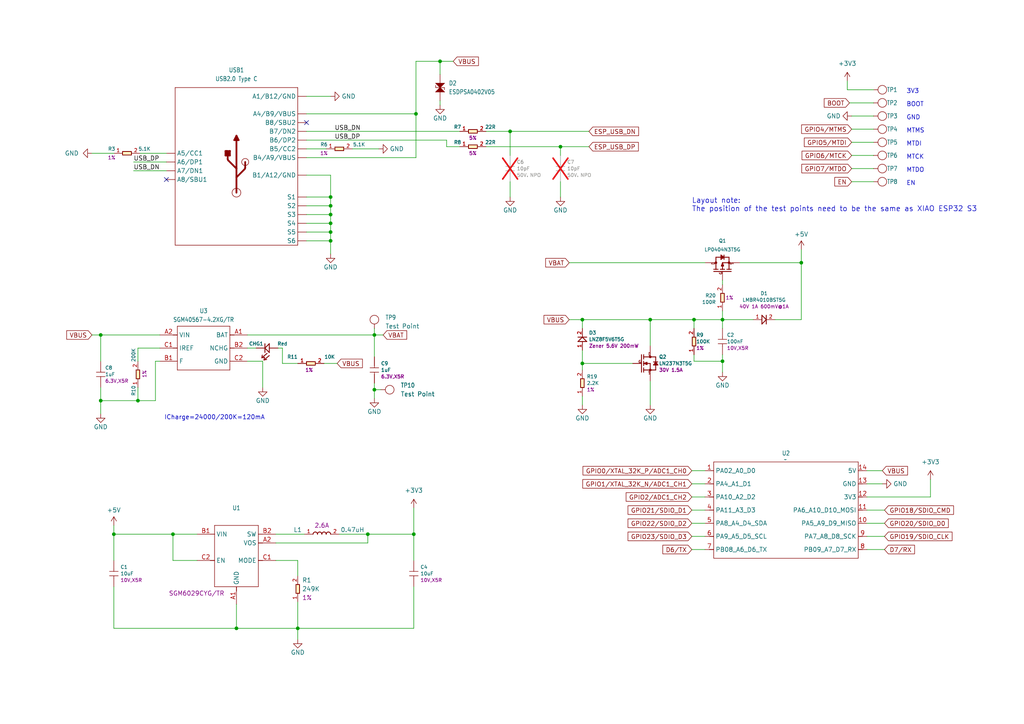
<source format=kicad_sch>
(kicad_sch (version 20231120) (generator "eeschema") (generator_version "8.0")
  (paper "A4")
  (lib_symbols
    (symbol "P & G:+3V3" (power) (pin_names (offset 0))
      (property "Value" "+3V3" (at 0 3.556 0))
      (symbol "+3V3_1_1"
        (pin power_in line (at 0 0 90) (length 0) hide (name "+3V3") (number "1"))
      )
    )
    (symbol "P & G:+5V" (power) (pin_names (offset 0))
      (property "Value" "+5V" (at 0 3.556 0))
      (symbol "+5V_1_1"
        (pin power_in line (at 0 0 90) (length 0) hide (name "+5V") (number "1"))
      )
    )
    (symbol "P & G:GND" (power) (pin_names (offset 0))
      (property "Value" "GND" (at 0 -3.81 0))
      (symbol "GND_1_1"
        (pin power_in line (at 0 0 270) (length 0) hide (name "GND") (number "1"))
      )
    )
    (symbol "Seeed_libadl:Capacitors/302010053" (pin_numbers hide) (pin_names hide)
      (property "Reference" "C" (at 3.175 0 0))
      (property "Value" "10uF" (at 5.715 -1.905 0))
      (property "Voltage Rating" "6.3V,X5R" (at 0 0 0))
      (symbol "Capacitors/302010053_1_1"
        (pin passive line (at 0 3.81 270) (length 2.54) (name "1") (number "1"))
        (pin passive line (at 0 -3.81 90) (length 2.54) (name "2") (number "2"))
      )
    )
    (symbol "Seeed_libadl:Capacitors/302010270" (pin_numbers hide) (pin_names hide)
      (property "Reference" "C" (at 3.175 0 0))
      (property "Value" "1uF" (at 5.715 -1.905 0))
      (property "Voltage Rating" "6.3V,X5R" (at 0 0 0))
      (symbol "Capacitors/302010270_1_1"
        (pin passive line (at 0 3.81 270) (length 2.54) (name "1") (number "1"))
        (pin passive line (at 0 -3.81 90) (length 2.54) (name "2") (number "2"))
      )
    )
    (symbol "Seeed_libadl:Capacitors/302010271" (pin_numbers hide) (pin_names hide)
      (property "Reference" "C" (at 3.175 0 0))
      (property "Value" "100nF" (at 5.715 -1.905 0))
      (property "Voltage Rating" "10V,X5R" (at 0 0 0))
      (symbol "Capacitors/302010271_1_1"
        (pin passive line (at 0 3.81 270) (length 2.54) (name "1") (number "1"))
        (pin passive line (at 0 -3.81 90) (length 2.54) (name "2") (number "2"))
      )
    )
    (symbol "Seeed_libadl:Capacitors/302010367" (pin_numbers hide) (pin_names hide)
      (property "Reference" "C" (at 3.175 0 0))
      (property "Value" "10pF" (at 5.715 -1.905 0))
      (property "Voltage Rating" "50V，NPO" (at 0 0 0))
      (symbol "Capacitors/302010367_1_1"
        (pin passive line (at 0 3.81 270) (length 2.54) (name "1") (number "1"))
        (pin passive line (at 0 -3.81 90) (length 2.54) (name "2") (number "2"))
      )
    )
    (symbol "Seeed_libadl:Connector/320010943"
      (property "Reference" "USB" (at -17.78 22.86 0))
      (property "Value" "USB2.0 Type C" (at 12.7 22.86 0))
      (symbol "Connector/320010943_1_0"
        (pin passive line (at -20.32 20.32 0) (length 2.54) (name "A1/B12/GND") (number "A1_B12"))
        (pin passive line (at -20.32 15.24 0) (length 2.54) (name "A4/B9/VBUS") (number "A4_B9"))
        (pin passive line (at 20.32 3.81 180) (length 2.54) (name "A5/CC1") (number "A5"))
        (pin passive line (at 20.32 1.27 180) (length 2.54) (name "A6/DP1") (number "A6"))
        (pin passive line (at 20.32 -1.27 180) (length 2.54) (name "A7/DN1") (number "A7"))
        (pin passive line (at 20.32 -3.81 180) (length 2.54) (name "A8/SBU1") (number "A8"))
        (pin passive line (at -20.32 -2.54 0) (length 2.54) (name "B1/A12/GND") (number "B1_A12"))
        (pin passive line (at -20.32 2.54 0) (length 2.54) (name "B4/A9/VBUS") (number "B4_A9"))
        (pin passive line (at -20.32 5.08 0) (length 2.54) (name "B5/CC2") (number "B5"))
        (pin passive line (at -20.32 7.62 0) (length 2.54) (name "B6/DP2") (number "B6"))
        (pin passive line (at -20.32 10.16 0) (length 2.54) (name "B7/DN2") (number "B7"))
        (pin passive line (at -20.32 12.7 0) (length 2.54) (name "B8/SBU2") (number "B8"))
        (pin passive line (at -20.32 -8.89 0) (length 2.54) (name "S1") (number "S1"))
        (pin passive line (at -20.32 -11.43 0) (length 2.54) (name "S2") (number "S2"))
        (pin passive line (at -20.32 -13.97 0) (length 2.54) (name "S3") (number "S3"))
        (pin passive line (at -20.32 -16.51 0) (length 2.54) (name "S4") (number "S4"))
        (pin passive line (at -20.32 -19.05 0) (length 2.54) (name "S5") (number "S5"))
        (pin passive line (at -20.32 -21.59 0) (length 2.54) (name "S6") (number "S6"))
      )
    )
    (symbol "Seeed_libadl:Diode/304021082" (pin_names (offset 1.016))
      (property "Reference" "D" (at -2.54 1.27 0))
      (property "Value" "LMBR4010BST5G" (at 0 1.27 0))
      (property "Rating" "40V 1A 600mV@1A" (at 0 0 0))
      (symbol "Diode/304021082_1_0"
        (pin passive line (at -3.81 0 0) (length 2.54) (name "~") (number "1"))
        (pin passive line (at 2.54 0 180) (length 2.54) (name "~") (number "2"))
      )
    )
    (symbol "Seeed_libadl:Diode/304090122"
      (property "Reference" "D" (at -2.032 1.016 0))
      (property "Value" "Red" (at 1.397 0.889 0))
      (symbol "Diode/304090122_1_0"
        (pin passive line (at -2.54 0 0) (length 2.54) (name "+") (number "1"))
        (pin passive line (at 3.81 0 180) (length 2.54) (name "-") (number "2"))
      )
    )
    (symbol "Seeed_libadl:Diode/DOUBLE-ESD-2P"
      (property "Reference" "D" (at -1.905 1.27 0))
      (property "Value" "DF2S6.8FS" (at 1.27 1.27 0))
      (symbol "Diode/DOUBLE-ESD-2P_1_0"
        (pin passive line (at -3.81 0 0) (length 2.54) (name "1") (number "1"))
        (pin passive line (at 3.81 0 180) (length 2.54) (name "2") (number "2"))
      )
    )
    (symbol "Seeed_libadl:Ic/310032697"
      (property "Reference" "U" (at -7.62 7.62 0))
      (property "Value" "SGM40567-4.2XG/TR" (at -7.62 6.35 0))
      (symbol "Ic/310032697_1_0"
        (pin passive line (at 12.7 3.81 180) (length 5.08) (name "BAT") (number "A1"))
        (pin passive line (at -12.7 3.81 0) (length 5.08) (name "VIN") (number "A2"))
        (pin passive line (at -12.7 -3.81 0) (length 5.08) (name "F") (number "B1"))
        (pin passive line (at 12.7 0 180) (length 5.08) (name "NCHG") (number "B2"))
        (pin passive line (at -12.7 0 0) (length 5.08) (name "IREF") (number "C1"))
        (pin passive line (at 12.7 -3.81 180) (length 5.08) (name "GND") (number "C2"))
      )
    )
    (symbol "Seeed_libadl:Ic/310032702"
      (property "Reference" "U" (at -6.35 8.89 0))
      (property "Value" "SMD IC PMIC;DCDC Buck-ADJ-1A,Vin 1.95V to 5.5V,Vout 1.8V to 3.3V;WLCSP-6B" (at -6.35 7.62 0))
      (symbol "Ic/310032702_1_0"
        (pin passive line (at 0 -15.24 90) (length 5.08) (name "GND") (number "A1"))
        (pin passive line (at 11.43 2.54 180) (length 5.08) (name "VOS") (number "A2"))
        (pin passive line (at -11.43 5.08 0) (length 5.08) (name "VIN") (number "B1"))
        (pin passive line (at 11.43 5.08 180) (length 5.08) (name "SW") (number "B2"))
        (pin passive line (at 11.43 -2.54 180) (length 5.08) (name "MODE") (number "C1"))
        (pin passive line (at -11.43 -2.54 0) (length 5.08) (name "EN") (number "C2"))
      )
    )
    (symbol "Seeed_libadl:Inductor/303011858" (pin_names (offset 1.016))
      (property "Reference" "L" (at -3.175 1.27 0))
      (property "Value" "0.47uH" (at 0 1.27 0))
      (property "Rating" "2.6A" (at 0 0 0))
      (symbol "Inductor/303011858_0_0"
        (pin passive line (at -5.08 0 0) (length 2.54) (name "~") (number "1"))
        (pin passive line (at 5.08 0 180) (length 2.54) (name "~") (number "2"))
      )
    )
    (symbol "Seeed_libadl:Misc/TP45C_SMD"
      (property "Reference" "TP" (at -2.54 0 0))
      (property "Value" "Test Point" (at 5.08 0 0))
      (symbol "Misc/TP45C_SMD_1_0"
        (pin passive line (at -2.54 0 0) (length 0) (name "T") (number "1"))
      )
    )
    (symbol "Seeed_libadl:Module/XIAO-HALF-HOLE"
      (property "Reference" "U" (at -21.59 13.97 0))
      (symbol "Module/XIAO-HALF-HOLE_1_0"
        (pin passive line (at -24.13 11.43 0) (length 2.54) (name "PA02_A0_D0") (number "1"))
        (pin passive line (at 22.86 -3.81 180) (length 2.54) (name "PA5_A9_D9_MISO") (number "10"))
        (pin passive line (at 22.86 0 180) (length 2.54) (name "PA6_A10_D10_MOSI") (number "11"))
        (pin passive line (at 22.86 3.81 180) (length 2.54) (name "3V3") (number "12"))
        (pin passive line (at 22.86 7.62 180) (length 2.54) (name "GND") (number "13"))
        (pin passive line (at 22.86 11.43 180) (length 2.54) (name "5V") (number "14"))
        (pin passive line (at -24.13 7.62 0) (length 2.54) (name "PA4_A1_D1") (number "2"))
        (pin passive line (at -24.13 3.81 0) (length 2.54) (name "PA10_A2_D2") (number "3"))
        (pin passive line (at -24.13 0 0) (length 2.54) (name "PA11_A3_D3") (number "4"))
        (pin passive line (at -24.13 -3.81 0) (length 2.54) (name "PA8_A4_D4_SDA") (number "5"))
        (pin passive line (at -24.13 -7.62 0) (length 2.54) (name "PA9_A5_D5_SCL") (number "6"))
        (pin passive line (at -24.13 -11.43 0) (length 2.54) (name "PB08_A6_D6_TX") (number "7"))
        (pin passive line (at 22.86 -11.43 180) (length 2.54) (name "PB09_A7_D7_RX") (number "8"))
        (pin passive line (at 22.86 -7.62 180) (length 2.54) (name "PA7_A8_D8_SCK") (number "9"))
      )
    )
    (symbol "Seeed_libadl:Mosfet/305030000"
      (property "Reference" "Q" (at -2.54 2.54 0))
      (property "Value" "BSS138W" (at 0 2.54 0))
      (property "Rating" "50V 200mA" (at 0 0 0))
      (symbol "Mosfet/305030000_1_0"
        (text "D" (at -0.635 2.2225 0) (effects (font (size 0.8128 0.6908)) (justify left bottom)))
        (text "G" (at -3.4925 0 0) (effects (font (size 0.8128 0.6908)) (justify left bottom)))
        (text "S" (at -0.635 -3.175 0) (effects (font (size 0.8128 0.6908)) (justify left bottom)))
        (pin passive line (at -5.08 0 0) (length 2.54) (name "G") (number "1"))
        (pin passive line (at 0 -5.08 90) (length 2.54) (name "S") (number "2"))
        (pin passive line (at 0 5.08 270) (length 2.54) (name "D") (number "3"))
      )
    )
    (symbol "Seeed_libadl:Mosfet/305031466"
      (property "Reference" "Q" (at -2.54 2.54 0))
      (property "Value" "LP0404N3T5G" (at 0 2.54 0))
      (symbol "Mosfet/305031466_1_0"
        (text "D" (at -0.635 2.2225 0) (effects (font (size 0.8128 0.6908)) (justify left bottom)))
        (text "G" (at -3.4925 0 0) (effects (font (size 0.8128 0.6908)) (justify left bottom)))
        (text "S" (at -0.635 -3.175 0) (effects (font (size 0.8128 0.6908)) (justify left bottom)))
        (pin passive line (at -5.08 0 0) (length 2.54) (name "G") (number "1"))
        (pin passive line (at 0 -5.08 90) (length 2.54) (name "S") (number "2"))
        (pin passive line (at 0 5.08 270) (length 2.54) (name "D") (number "3"))
      )
    )
    (symbol "Seeed_libadl:Resistors/301010524" (pin_names (offset 1.016))
      (property "Reference" "R" (at -1.905 0.635 0))
      (property "Value" "100R" (at 0.635 0.635 0))
      (property "Power Rating" "1%" (at 0 0 0))
      (symbol "Resistors/301010524_0_0"
        (pin passive line (at -3.81 0 0) (length 2.54) (name "~") (number "1"))
        (pin passive line (at 3.81 0 180) (length 2.54) (name "~") (number "2"))
      )
    )
    (symbol "Seeed_libadl:Resistors/301010526" (pin_names (offset 1.016))
      (property "Reference" "R" (at -1.905 0.635 0))
      (property "Value" "10K" (at 0.635 0.635 0))
      (property "Power Rating" "1%" (at 0 0 0))
      (symbol "Resistors/301010526_0_0"
        (pin passive line (at -3.81 0 0) (length 2.54) (name "~") (number "1"))
        (pin passive line (at 3.81 0 180) (length 2.54) (name "~") (number "2"))
      )
    )
    (symbol "Seeed_libadl:Resistors/301010753" (pin_names (offset 1.016))
      (property "Reference" "R" (at -1.905 0.635 0))
      (property "Value" "2.2K" (at 0.635 0.635 0))
      (property "Power Rating" "1%" (at 0 0 0))
      (symbol "Resistors/301010753_0_0"
        (pin passive line (at -3.81 0 0) (length 2.54) (name "~") (number "1"))
        (pin passive line (at 3.81 0 180) (length 2.54) (name "~") (number "2"))
      )
    )
    (symbol "Seeed_libadl:Resistors/301010765" (pin_names (offset 1.016))
      (property "Reference" "R" (at -1.905 0.635 0))
      (property "Value" "100K" (at 0.635 0.635 0))
      (property "Power Rating" "1%" (at 0 0 0))
      (symbol "Resistors/301010765_0_0"
        (pin passive line (at -3.81 0 0) (length 2.54) (name "~") (number "1"))
        (pin passive line (at 3.81 0 180) (length 2.54) (name "~") (number "2"))
      )
    )
    (symbol "Seeed_libadl:Resistors/301010789" (pin_names (offset 1.016))
      (property "Reference" "R" (at -1.905 0.635 0))
      (property "Value" "22R" (at 0.635 0.635 0))
      (property "Power Rating" "5%" (at 0 0 0))
      (symbol "Resistors/301010789_0_0"
        (pin passive line (at -3.81 0 0) (length 2.54) (name "~") (number "1"))
        (pin passive line (at 3.81 0 180) (length 2.54) (name "~") (number "2"))
      )
    )
    (symbol "Seeed_libadl:Resistors/301010885" (pin_names (offset 1.016))
      (property "Reference" "R" (at -1.905 0.635 0))
      (property "Value" "5.1K" (at 0.635 0.635 0))
      (property "Power Rating" "1%" (at 0 0 0))
      (symbol "Resistors/301010885_0_0"
        (pin passive line (at -3.81 0 0) (length 2.54) (name "~") (number "1"))
        (pin passive line (at 3.81 0 180) (length 2.54) (name "~") (number "2"))
      )
    )
    (symbol "Seeed_libadl:Resistors/301011319" (pin_names (offset 1.016))
      (property "Reference" "R" (at -1.905 0.635 0))
      (property "Value" "200K" (at 0.635 0.635 0))
      (property "Power Rating" "1%" (at 0 0 0))
      (symbol "Resistors/301011319_0_0"
        (pin passive line (at -3.81 0 0) (length 2.54) (name "~") (number "1"))
        (pin passive line (at 3.81 0 180) (length 2.54) (name "~") (number "2"))
      )
    )
    (symbol "Seeed_libadl:Resistors/301013554" (pin_names (offset 1.016))
      (property "Reference" "R" (at -1.905 0.635 0))
      (property "Value" "249K" (at 0.635 0.635 0))
      (property "Power Rating" "1%" (at 0 0 0))
      (symbol "Resistors/301013554_0_0"
        (pin passive line (at -3.81 0 0) (length 2.54) (name "~") (number "1"))
        (pin passive line (at 3.81 0 180) (length 2.54) (name "~") (number "2"))
      )
    )
    (symbol "Seeed_libdb:Misc/TP-80X40MIL"
      (property "Reference" "TP" (at -2.54 0 0))
      (property "Value" "Test Point" (at 5.08 0 0))
      (symbol "Misc/TP-80X40MIL_1_0"
        (pin passive line (at -2.54 0 0) (length 0) (name "T") (number "1"))
      )
    )
  )
  (junction (at 95.885 67.31))
  (junction (at 108.585 113.03))
  (junction (at 168.91 92.71))
  (junction (at 209.55 104.775))
  (junction (at 95.885 64.77))
  (junction (at 95.885 59.69))
  (junction (at 108.585 97.155))
  (junction (at 86.36 182.245))
  (junction (at 68.58 182.245))
  (junction (at 147.955 38.1))
  (junction (at 120.65 33.02))
  (junction (at 29.21 116.205))
  (junction (at 33.02 154.94))
  (junction (at 120.015 154.94))
  (junction (at 106.68 154.94))
  (junction (at 232.41 76.2))
  (junction (at 95.885 62.23))
  (junction (at 127.635 17.78))
  (junction (at 95.885 69.85))
  (junction (at 29.21 97.155))
  (junction (at 40.005 116.205))
  (junction (at 209.55 92.71))
  (junction (at 168.91 105.41))
  (junction (at 95.885 57.15))
  (junction (at 201.295 92.71))
  (junction (at 162.56 42.545))
  (junction (at 50.165 154.94))
  (junction (at 188.595 92.71))
  (no_connect (at 48.26 52.07))
  (no_connect (at 88.9 35.56))
  (wire (pts (xy 88.9 45.72) (xy 120.65 45.72)))
  (wire (pts (xy 106.68 157.48) (xy 106.68 154.94)))
  (wire (pts (xy 33.02 152.4) (xy 33.02 154.94)))
  (wire (pts (xy 253.365 48.895) (xy 247.015 48.895)))
  (wire (pts (xy 168.91 101.6) (xy 168.91 105.41)))
  (wire (pts (xy 232.41 72.39) (xy 232.41 76.2)))
  (wire (pts (xy 33.02 154.94) (xy 50.165 154.94)))
  (wire (pts (xy 200.66 151.765) (xy 204.47 151.765)))
  (wire (pts (xy 200.66 136.525) (xy 204.47 136.525)))
  (wire (pts (xy 214.63 76.2) (xy 232.41 76.2)))
  (wire (pts (xy 29.21 97.155) (xy 29.21 104.775)))
  (wire (pts (xy 33.02 170.18) (xy 33.02 182.245)))
  (wire (pts (xy 224.79 92.71) (xy 232.41 92.71)))
  (wire (pts (xy 256.54 151.765) (xy 251.46 151.765)))
  (wire (pts (xy 57.15 162.56) (xy 50.165 162.56)))
  (wire (pts (xy 95.885 57.15) (xy 95.885 59.69)))
  (wire (pts (xy 162.56 42.545) (xy 170.815 42.545)))
  (wire (pts (xy 68.58 182.245) (xy 86.36 182.245)))
  (wire (pts (xy 26.67 97.155) (xy 29.21 97.155)))
  (wire (pts (xy 188.595 110.49) (xy 188.595 117.475)))
  (wire (pts (xy 147.955 38.1) (xy 147.955 45.085)))
  (wire (pts (xy 108.585 113.03) (xy 110.49 113.03)))
  (wire (pts (xy 29.21 97.155) (xy 46.355 97.155)))
  (wire (pts (xy 88.9 57.15) (xy 95.885 57.15)))
  (wire (pts (xy 120.015 170.18) (xy 120.015 182.245)))
  (wire (pts (xy 201.295 102.87) (xy 201.295 104.775)))
  (wire (pts (xy 209.55 81.28) (xy 209.55 82.55)))
  (wire (pts (xy 80.01 154.94) (xy 88.265 154.94)))
  (wire (pts (xy 165.1 92.71) (xy 168.91 92.71)))
  (wire (pts (xy 129.54 40.64) (xy 129.54 42.545)))
  (wire (pts (xy 88.9 69.85) (xy 95.885 69.85)))
  (wire (pts (xy 168.91 105.41) (xy 168.91 107.315)))
  (wire (pts (xy 256.54 159.385) (xy 251.46 159.385)))
  (wire (pts (xy 200.66 159.385) (xy 204.47 159.385)))
  (wire (pts (xy 95.885 62.23) (xy 95.885 64.77)))
  (wire (pts (xy 88.9 62.23) (xy 95.885 62.23)))
  (wire (pts (xy 88.9 27.94) (xy 95.885 27.94)))
  (wire (pts (xy 81.915 100.965) (xy 80.645 100.965)))
  (wire (pts (xy 80.01 162.56) (xy 86.36 162.56)))
  (wire (pts (xy 201.295 92.71) (xy 201.295 95.25)))
  (wire (pts (xy 71.755 104.775) (xy 76.2 104.775)))
  (wire (pts (xy 108.585 95.25) (xy 108.585 97.155)))
  (wire (pts (xy 40.64 44.45) (xy 48.26 44.45)))
  (wire (pts (xy 50.165 162.56) (xy 50.165 154.94)))
  (wire (pts (xy 95.885 69.85) (xy 95.885 73.66)))
  (wire (pts (xy 120.65 17.78) (xy 120.65 33.02)))
  (wire (pts (xy 29.21 116.205) (xy 40.005 116.205)))
  (wire (pts (xy 127.635 17.78) (xy 127.635 21.59)))
  (wire (pts (xy 120.65 45.72) (xy 120.65 33.02)))
  (wire (pts (xy 253.365 45.085) (xy 247.015 45.085)))
  (wire (pts (xy 168.91 92.71) (xy 188.595 92.71)))
  (wire (pts (xy 80.01 157.48) (xy 106.68 157.48)))
  (wire (pts (xy 251.46 140.335) (xy 255.905 140.335)))
  (wire (pts (xy 140.97 42.545) (xy 162.56 42.545)))
  (wire (pts (xy 127.635 29.21) (xy 127.635 30.48)))
  (wire (pts (xy 38.735 46.99) (xy 48.26 46.99)))
  (wire (pts (xy 86.36 182.245) (xy 120.015 182.245)))
  (wire (pts (xy 33.02 182.245) (xy 68.58 182.245)))
  (wire (pts (xy 40.005 100.965) (xy 46.355 100.965)))
  (wire (pts (xy 201.295 104.775) (xy 209.55 104.775)))
  (wire (pts (xy 209.55 90.17) (xy 209.55 92.71)))
  (wire (pts (xy 108.585 111.125) (xy 108.585 113.03)))
  (wire (pts (xy 95.885 50.8) (xy 95.885 57.15)))
  (wire (pts (xy 209.55 92.71) (xy 218.44 92.71)))
  (wire (pts (xy 269.875 144.145) (xy 251.46 144.145)))
  (wire (pts (xy 251.46 136.525) (xy 255.905 136.525)))
  (wire (pts (xy 127.635 17.78) (xy 120.65 17.78)))
  (wire (pts (xy 120.015 147.32) (xy 120.015 154.94)))
  (wire (pts (xy 209.55 104.775) (xy 209.55 107.95)))
  (wire (pts (xy 188.595 92.71) (xy 201.295 92.71)))
  (wire (pts (xy 45.085 104.775) (xy 45.085 116.205)))
  (wire (pts (xy 200.66 140.335) (xy 204.47 140.335)))
  (wire (pts (xy 253.365 52.705) (xy 247.015 52.705)))
  (wire (pts (xy 168.91 92.71) (xy 168.91 95.25)))
  (wire (pts (xy 98.425 154.94) (xy 106.68 154.94)))
  (wire (pts (xy 256.54 155.575) (xy 251.46 155.575)))
  (wire (pts (xy 29.21 112.395) (xy 29.21 116.205)))
  (wire (pts (xy 201.295 92.71) (xy 209.55 92.71)))
  (wire (pts (xy 200.66 147.955) (xy 204.47 147.955)))
  (wire (pts (xy 81.915 105.41) (xy 81.915 100.965)))
  (wire (pts (xy 188.595 92.71) (xy 188.595 100.33)))
  (wire (pts (xy 88.9 43.18) (xy 94.615 43.18)))
  (wire (pts (xy 88.9 50.8) (xy 95.885 50.8)))
  (wire (pts (xy 71.755 97.155) (xy 108.585 97.155)))
  (wire (pts (xy 140.97 38.1) (xy 147.955 38.1)))
  (wire (pts (xy 162.56 52.705) (xy 162.56 57.15)))
  (wire (pts (xy 88.9 59.69) (xy 95.885 59.69)))
  (wire (pts (xy 245.745 23.495) (xy 245.745 26.035)))
  (wire (pts (xy 45.085 116.205) (xy 40.005 116.205)))
  (wire (pts (xy 81.915 105.41) (xy 86.36 105.41)))
  (wire (pts (xy 95.885 67.31) (xy 95.885 69.85)))
  (wire (pts (xy 108.585 113.03) (xy 108.585 115.57)))
  (wire (pts (xy 40.005 104.775) (xy 40.005 100.965)))
  (wire (pts (xy 131.445 17.78) (xy 127.635 17.78)))
  (wire (pts (xy 165.1 76.2) (xy 204.47 76.2)))
  (wire (pts (xy 246.38 29.845) (xy 253.365 29.845)))
  (wire (pts (xy 147.955 52.705) (xy 147.955 57.15)))
  (wire (pts (xy 40.005 112.395) (xy 40.005 116.205)))
  (wire (pts (xy 88.9 38.1) (xy 133.35 38.1)))
  (wire (pts (xy 71.755 100.965) (xy 74.295 100.965)))
  (wire (pts (xy 102.235 43.18) (xy 109.855 43.18)))
  (wire (pts (xy 38.735 49.53) (xy 48.26 49.53)))
  (wire (pts (xy 147.955 38.1) (xy 170.815 38.1)))
  (wire (pts (xy 86.36 162.56) (xy 86.36 167.005)))
  (wire (pts (xy 245.745 26.035) (xy 253.365 26.035)))
  (wire (pts (xy 95.885 64.77) (xy 95.885 67.31)))
  (wire (pts (xy 269.875 139.065) (xy 269.875 144.145)))
  (wire (pts (xy 120.015 154.94) (xy 120.015 162.56)))
  (wire (pts (xy 26.67 44.45) (xy 33.02 44.45)))
  (wire (pts (xy 88.9 33.02) (xy 120.65 33.02)))
  (wire (pts (xy 256.54 147.955) (xy 251.46 147.955)))
  (wire (pts (xy 168.91 105.41) (xy 183.515 105.41)))
  (wire (pts (xy 247.015 33.655) (xy 253.365 33.655)))
  (wire (pts (xy 29.21 116.205) (xy 29.21 120.015)))
  (wire (pts (xy 95.885 59.69) (xy 95.885 62.23)))
  (wire (pts (xy 68.58 175.26) (xy 68.58 182.245)))
  (wire (pts (xy 46.355 104.775) (xy 45.085 104.775)))
  (wire (pts (xy 108.585 97.155) (xy 111.125 97.155)))
  (wire (pts (xy 86.36 174.625) (xy 86.36 182.245)))
  (wire (pts (xy 253.365 37.465) (xy 247.015 37.465)))
  (wire (pts (xy 108.585 97.155) (xy 108.585 103.505)))
  (wire (pts (xy 200.66 155.575) (xy 204.47 155.575)))
  (wire (pts (xy 253.365 41.275) (xy 247.015 41.275)))
  (wire (pts (xy 168.91 114.935) (xy 168.91 117.475)))
  (wire (pts (xy 76.2 104.775) (xy 76.2 112.395)))
  (wire (pts (xy 33.02 154.94) (xy 33.02 162.56)))
  (wire (pts (xy 209.55 102.87) (xy 209.55 104.775)))
  (wire (pts (xy 129.54 42.545) (xy 133.35 42.545)))
  (wire (pts (xy 88.9 67.31) (xy 95.885 67.31)))
  (wire (pts (xy 209.55 92.71) (xy 209.55 95.25)))
  (wire (pts (xy 93.98 105.41) (xy 97.79 105.41)))
  (wire (pts (xy 106.68 154.94) (xy 120.015 154.94)))
  (wire (pts (xy 88.9 64.77) (xy 95.885 64.77)))
  (wire (pts (xy 86.36 182.245) (xy 86.36 185.42)))
  (wire (pts (xy 162.56 42.545) (xy 162.56 45.085)))
  (wire (pts (xy 232.41 76.2) (xy 232.41 92.71)))
  (wire (pts (xy 88.9 40.64) (xy 129.54 40.64)))
  (wire (pts (xy 200.66 144.145) (xy 204.47 144.145)))
  (wire (pts (xy 50.165 154.94) (xy 57.15 154.94)))
  (text "MTMS" (at 262.89 38.735 0) (effects (font (size 1.27 1.27)) (justify left bottom)))
  (text "MTDI" (at 262.89 42.545 0) (effects (font (size 1.27 1.27)) (justify left bottom)))
  (text "ICharge=24000/200K=120mA" (at 47.625 121.92 0) (effects (font (size 1.27 1.27)) (justify left bottom)))
  (text "GND" (at 262.89 34.925 0) (effects (font (size 1.27 1.27)) (justify left bottom)))
  (text "MTDO" (at 262.89 50.165 0) (effects (font (size 1.27 1.27)) (justify left bottom)))
  (text "Layout note:\nThe position of the test points need to be the same as XIAO ESP32 S3" (at 200.66 61.595 0) (effects (font (size 1.5 1.5)) (justify left bottom)))
  (text "EN" (at 262.89 53.975 0) (effects (font (size 1.27 1.27)) (justify left bottom)))
  (text "MTCK" (at 262.89 46.355 0) (effects (font (size 1.27 1.27)) (justify left bottom)))
  (text "BOOT" (at 262.89 31.115 0) (effects (font (size 1.27 1.27)) (justify left bottom)))
  (text "3V3" (at 262.89 27.305 0) (effects (font (size 1.27 1.27)) (justify left bottom)))
  (label "USB_DN" (at 97.028 38.1 0))
  (label "USB_DN" (at 38.735 49.53 0))
  (label "USB_DP" (at 38.735 46.99 0))
  (label "USB_DP" (at 97.028 40.64 0))
  (global_label "GPIO20{slash}SDIO_D0" (shape input) (at 256.54 151.765 0) (property "Intersheetrefs" "${INTERSHEET_REFS}" (effects (hide yes))))
  (global_label "GPIO23{slash}SDIO_D3" (shape input) (at 200.66 155.575 180) (property "Intersheetrefs" "${INTERSHEET_REFS}" (effects (hide yes))))
  (global_label "GPIO4{slash}MTMS" (shape input) (at 247.015 37.465 180) (property "Intersheetrefs" "${INTERSHEET_REFS}" (effects (hide yes))))
  (global_label "EN" (shape input) (at 247.015 52.705 180) (property "Intersheetrefs" "${INTERSHEET_REFS}" (effects (hide yes))))
  (global_label "ESP_USB_DP" (shape input) (at 170.815 42.545 0) (property "Intersheetrefs" "${INTERSHEET_REFS}" (effects (hide yes))))
  (global_label "GPIO7{slash}MTDO" (shape input) (at 247.015 48.895 180) (property "Intersheetrefs" "${INTERSHEET_REFS}" (effects (hide yes))))
  (global_label "GPIO6{slash}MTCK" (shape input) (at 247.015 45.085 180) (property "Intersheetrefs" "${INTERSHEET_REFS}" (effects (hide yes))))
  (global_label "BOOT" (shape input) (at 246.38 29.845 180) (property "Intersheetrefs" "${INTERSHEET_REFS}" (effects (hide yes))))
  (global_label "GPIO0{slash}XTAL_32K_P{slash}ADC1_CH0" (shape input) (at 200.66 136.525 180) (property "Intersheetrefs" "${INTERSHEET_REFS}" (effects (hide yes))))
  (global_label "VBAT" (shape input) (at 111.125 97.155 0) (property "Intersheetrefs" "${INTERSHEET_REFS}" (effects (hide yes))))
  (global_label "ESP_USB_DN" (shape input) (at 170.815 38.1 0) (property "Intersheetrefs" "${INTERSHEET_REFS}" (effects (hide yes))))
  (global_label "VBUS" (shape input) (at 26.67 97.155 180) (property "Intersheetrefs" "${INTERSHEET_REFS}" (effects (hide yes))))
  (global_label "GPIO19{slash}SDIO_CLK" (shape input) (at 256.54 155.575 0) (property "Intersheetrefs" "${INTERSHEET_REFS}" (effects (hide yes))))
  (global_label "VBUS" (shape input) (at 97.79 105.41 0) (property "Intersheetrefs" "${INTERSHEET_REFS}" (effects (hide yes))))
  (global_label "VBUS" (shape input) (at 165.1 92.71 180) (property "Intersheetrefs" "${INTERSHEET_REFS}" (effects (hide yes))))
  (global_label "GPIO21{slash}SDIO_D1" (shape input) (at 200.66 147.955 180) (property "Intersheetrefs" "${INTERSHEET_REFS}" (effects (hide yes))))
  (global_label "GPIO22{slash}SDIO_D2" (shape input) (at 200.66 151.765 180) (property "Intersheetrefs" "${INTERSHEET_REFS}" (effects (hide yes))))
  (global_label "GPIO2{slash}ADC1_CH2" (shape input) (at 200.66 144.145 180) (property "Intersheetrefs" "${INTERSHEET_REFS}" (effects (hide yes))))
  (global_label "VBAT" (shape input) (at 165.1 76.2 180) (property "Intersheetrefs" "${INTERSHEET_REFS}" (effects (hide yes))))
  (global_label "D7{slash}RX" (shape input) (at 256.54 159.385 0) (property "Intersheetrefs" "${INTERSHEET_REFS}" (effects (hide yes))))
  (global_label "VBUS" (shape input) (at 131.445 17.78 0) (property "Intersheetrefs" "${INTERSHEET_REFS}" (effects (hide yes))))
  (global_label "GPIO18{slash}SDIO_CMD" (shape input) (at 256.54 147.955 0) (property "Intersheetrefs" "${INTERSHEET_REFS}" (effects (hide yes))))
  (global_label "GPIO1{slash}XTAL_32K_N{slash}ADC1_CH1" (shape input) (at 200.66 140.335 180) (property "Intersheetrefs" "${INTERSHEET_REFS}" (effects (hide yes))))
  (global_label "GPIO5{slash}MTDI" (shape input) (at 247.015 41.275 180) (property "Intersheetrefs" "${INTERSHEET_REFS}" (effects (hide yes))))
  (global_label "D6{slash}TX" (shape input) (at 200.66 159.385 180) (property "Intersheetrefs" "${INTERSHEET_REFS}" (effects (hide yes))))
  (global_label "VBUS" (shape input) (at 255.905 136.525 0) (property "Intersheetrefs" "${INTERSHEET_REFS}" (effects (hide yes))))
  (symbol (lib_id "Seeed_libadl:Resistors/301013554") (at 86.36 170.815 90) (unit 1)
    (property "Reference" "R1" (at 87.63 168.275 90) (effects (justify right)))
    (property "Value" "249K" (at 87.63 170.815 90) (effects (justify right)))
    (property "Footprint" "Resistor:R0201" (effects (hide yes)))
    (property "Manufacturer" "YAGEO" (effects (hide yes)))
    (property "MPN" "RC0201FR-07249KL" (effects (hide yes)))
    (property "SKU" "301013554" (effects (hide yes)))
    (property "Resistance" "249K" (effects (hide yes)))
    (property "Part Type" "RES" (effects (hide yes)))
    (property "Power Rating" "1%" (at 87.63 173.355 90) (effects (justify right)))
    (property "Status" "XIAO" (effects (hide yes)))
    (property "Temperature" "-55°C to 125°C" (effects (hide yes)))
  )
  (symbol (lib_id "P & G:+3V3") (at 120.015 147.32 0) (unit 1)
    (property "Reference" "#PWR08" (effects (hide yes)))
    (property "Value" "+3V3" (at 120.015 142.24 0))
    (instances (project "XIAO_CV1812C_Rev1.0" (path "" (reference "#PWR08") (unit 1)) (path "" (reference "#PWR013") (unit 1)) (path "" (reference "#PWR08") (unit 1)) (path "" (reference "#PWR066") (unit 1))) (project "XIAO ESP32 C6" (path "" (reference "#PWR03") (unit 1))))
  )
  (symbol (lib_id "Seeed_libadl:Inductor/303011858") (at 93.345 154.94 0) (unit 1)
    (property "Reference" "L1" (at 86.36 153.67 0))
    (property "Value" "0.47uH" (at 102.235 153.67 0))
    (property "Footprint" "Inductor:L0603" (effects (hide yes)))
    (property "Manufacturer" "TDK" (effects (hide yes)))
    (property "MPN" "TFM160808ALC-R47MTAA" (effects (hide yes)))
    (property "SKU" "303011858" (effects (hide yes)))
    (property "Part Type" "Inductor" (effects (hide yes)))
    (property "Rating" "2.6A" (at 93.345 152.4 0))
    (property "Status" "XIAO" (effects (hide yes)))
    (property "Temperature" "-40°C to 125°C" (effects (hide yes)))
  )
  (symbol (lib_id "Seeed_libdb:Misc/TP-80X40MIL") (at 108.585 92.71 90) (unit 1)
    (property "Reference" "TP9" (at 111.76 92.0749 90) (effects (font (size 1.27 1.0795)) (justify right)))
    (property "Value" "Test Point" (at 111.76 94.615 90) (effects (justify right)))
    (property "Footprint" "Misc:TP-80X40MIL" (effects (hide yes)))
    (property "SKU" "TP-80X40MIL" (effects (hide yes)))
    (property "Part Type" "Test Point" (effects (hide yes)))
  )
  (symbol (lib_id "Seeed_libadl:Mosfet/305031466") (at 209.55 76.2 90) (unit 1)
    (property "Reference" "Q1" (at 209.55 69.85 90) (effects (font (size 1 1))))
    (property "Value" "LP0404N3T5G" (at 209.55 72.39 90) (effects (font (size 1 1))))
    (property "Footprint" "Mosfet:PMOS_1.0X0.6X0.35MM" (effects (hide yes)))
    (property "Manufacturer" "LRC" (effects (hide yes)))
    (property "MPN" "LP0404N3T5G" (effects (hide yes)))
    (property "SKU" "305031466" (effects (hide yes)))
    (property "Part Type" "PMOS" (effects (hide yes)))
    (property "Temperature" "-50°C to 150°C" (effects (hide yes)))
  )
  (symbol (lib_id "P & G:GND") (at 255.905 140.335 90) (unit 1)
    (property "Reference" "#PWR021" (effects (hide yes)))
    (property "Value" "GND" (at 259.08 140.335 90) (effects (justify right)))
    (instances (project "XIAO_CV1812C_Rev1.0" (path "" (reference "#PWR021") (unit 1)) (path "" (reference "#PWR059") (unit 1))) (project "XIAO ESP32 C6" (path "" (reference "#PWR011") (unit 1))))
  )
  (symbol (lib_id "Seeed_libadl:Misc/TP45C_SMD") (at 255.905 29.845 0) (unit 1)
    (property "Reference" "TP2" (at 257.175 29.845 0) (effects (font (size 1.27 1.0795)) (justify left)))
    (property "Value" "Test Point" (effects (hide yes)))
    (property "Footprint" "Misc:TP-D45MIL" (effects (hide yes)))
    (property "SKU" "TP45C_SMD" (effects (hide yes)))
    (property "Part Type" "Test Point" (effects (hide yes)))
  )
  (symbol (lib_id "Seeed_libadl:Module/XIAO-HALF-HOLE") (at 228.6 147.955 0) (unit 1)
    (property "Reference" "U2" (at 227.965 131.445 0) (effects (font (size 1.27 1.0795))))
    (property "Value" "~" (at 227.33 133.985 0) (effects (font (size 1.27 1.0795)) (justify left bottom)))
    (property "Footprint" "Module:MOUDLE14P-XIAO-HALF-HOLE" (effects (hide yes)))
    (property "SKU" "XIAO-HALF-HOLE" (effects (hide yes)))
  )
  (symbol (lib_id "Seeed_libadl:Misc/TP45C_SMD") (at 255.905 52.705 0) (unit 1)
    (property "Reference" "TP8" (at 260.35 52.705 0) (effects (font (size 1.27 1.0795)) (justify right)))
    (property "Value" "Test Point" (effects (hide yes)))
    (property "Footprint" "Misc:TP-D45MIL" (effects (hide yes)))
    (property "SKU" "TP45C_SMD" (effects (hide yes)))
    (property "Part Type" "Test Point" (effects (hide yes)))
  )
  (symbol (lib_id "P & G:GND") (at 168.91 117.475 0) (unit 1)
    (property "Reference" "#PWR021" (effects (hide yes)))
    (property "Value" "GND" (at 168.91 121.285 0))
    (instances (project "XIAO_CV1812C_Rev1.0" (path "" (reference "#PWR021") (unit 1)) (path "" (reference "#PWR059") (unit 1))) (project "XIAO ESP32 C6" (path "" (reference "#PWR042") (unit 1))))
  )
  (symbol (lib_id "Seeed_libadl:Misc/TP45C_SMD") (at 255.905 37.465 0) (unit 1)
    (property "Reference" "TP4" (at 260.35 37.465 0) (effects (font (size 1.27 1.0795)) (justify right)))
    (property "Value" "Test Point" (effects (hide yes)))
    (property "Footprint" "Misc:TP-D45MIL" (effects (hide yes)))
    (property "SKU" "TP45C_SMD" (effects (hide yes)))
    (property "Part Type" "Test Point" (effects (hide yes)))
  )
  (symbol (lib_id "Seeed_libadl:Resistors/301010789") (at 137.16 42.545 0) (unit 1)
    (property "Reference" "R8" (at 132.715 41.275 0) (effects (font (size 1 1))))
    (property "Value" "22R" (at 142.24 41.275 0) (effects (font (size 1 1))))
    (property "Footprint" "Resistor:R0201" (effects (hide yes)))
    (property "Manufacturer" "YAGEO" (effects (hide yes)))
    (property "MPN" "RC0201JR-0722RL" (effects (hide yes)))
    (property "SKU" "301010789" (effects (hide yes)))
    (property "Resistance" "22R" (effects (hide yes)))
    (property "Part Type" "RES" (effects (hide yes)))
    (property "Power Rating" "5%" (at 137.16 44.45 0) (effects (font (size 1 1))))
    (property "Status" "BeagleBone AI TDA4VM" (effects (hide yes)))
    (property "Temperature" "-55°C to 125°C" (effects (hide yes)))
  )
  (symbol (lib_id "Seeed_libadl:Resistors/301011319") (at 40.005 108.585 90) (unit 1)
    (property "Reference" "R10" (at 38.735 111.76 0) (effects (font (size 1 1)) (justify right)))
    (property "Value" "200K" (at 38.735 100.965 0) (effects (font (size 1 1)) (justify right)))
    (property "Footprint" "Resistor:R0201" (effects (hide yes)))
    (property "Manufacturer" "YAGEO" (effects (hide yes)))
    (property "MPN" "RC0201FR-07200KL" (effects (hide yes)))
    (property "SKU" "301011319" (effects (hide yes)))
    (property "Resistance" "200K" (effects (hide yes)))
    (property "Part Type" "RES" (effects (hide yes)))
    (property "Power Rating" "1%" (at 41.91 107.315 0) (effects (font (size 1 1)) (justify right)))
    (property "Status" "XIAO" (effects (hide yes)))
    (property "Temperature" "-55°C to 125°C" (effects (hide yes)))
  )
  (symbol (lib_id "Seeed_libadl:Capacitors/302010367") (at 162.56 48.895 0) (unit 1) (dnp yes)
    (property "Reference" "C7" (at 164.465 46.99 0) (effects (font (size 1 1)) (justify left)))
    (property "Value" "10pF" (at 164.465 48.895 0) (effects (font (size 1 1)) (justify left)))
    (property "Footprint" "Capacitor:C0201" (effects (hide yes)))
    (property "Manufacturer" "YAGEO" (effects (hide yes)))
    (property "MPN" "CC0201JRNPO8BN100" (effects (hide yes)))
    (property "SKU" "302010367" (effects (hide yes)))
    (property "Part Type" "Ceramic" (effects (hide yes)))
    (property "Voltage Rating" "50V，NPO" (at 164.465 50.8 0) (effects (font (size 1 1)) (justify left)))
    (property "Status" "TRACKER" (effects (hide yes)))
    (property "Temperature" "-55℃ to 125℃" (effects (hide yes)))
  )
  (symbol (lib_id "Seeed_libadl:Capacitors/302010367") (at 147.955 48.895 0) (unit 1) (dnp yes)
    (property "Reference" "C6" (at 149.86 46.99 0) (effects (font (size 1 1)) (justify left)))
    (property "Value" "10pF" (at 149.86 48.8949 0) (effects (font (size 1 1)) (justify left)))
    (property "Footprint" "Capacitor:C0201" (effects (hide yes)))
    (property "Manufacturer" "YAGEO" (effects (hide yes)))
    (property "MPN" "CC0201JRNPO8BN100" (effects (hide yes)))
    (property "SKU" "302010367" (effects (hide yes)))
    (property "Part Type" "Ceramic" (effects (hide yes)))
    (property "Voltage Rating" "50V，NPO" (at 149.86 50.8 0) (effects (font (size 1 1)) (justify left)))
    (property "Status" "TRACKER" (effects (hide yes)))
    (property "Temperature" "-55℃ to 125℃" (effects (hide yes)))
  )
  (symbol (lib_id "Seeed_libadl:Misc/TP45C_SMD") (at 255.905 33.655 0) (unit 1)
    (property "Reference" "TP3" (at 260.35 33.655 0) (effects (font (size 1.27 1.0795)) (justify right)))
    (property "Value" "Test Point" (effects (hide yes)))
    (property "Footprint" "Misc:TP-D45MIL" (effects (hide yes)))
    (property "SKU" "TP45C_SMD" (effects (hide yes)))
    (property "Part Type" "Test Point" (effects (hide yes)))
  )
  (symbol (lib_id "Seeed_libadl:Connector/320010943") (at 68.58 48.26 0) (mirror y) (unit 1)
    (property "Reference" "USB1" (at 68.58 20.32 0) (effects (font (size 1.27 1.0795))))
    (property "Value" "USB2.0 Type C" (at 68.58 22.86 0) (effects (font (size 1.27 1.0795))))
    (property "Footprint" "Connector:USB2.0-TYPE-C" (effects (hide yes)))
    (property "Manufacturer" "MTCONN" (effects (hide yes)))
    (property "MPN" "UBF31-0171" (effects (hide yes)))
    (property "SKU" "320011358" (effects (hide yes)))
  )
  (symbol (lib_id "P & G:+3V3") (at 245.745 23.495 0) (unit 1)
    (property "Reference" "#PWR08" (effects (hide yes)))
    (property "Value" "+3V3" (at 245.745 18.415 0))
    (instances (project "XIAO_CV1812C_Rev1.0" (path "" (reference "#PWR08") (unit 1)) (path "" (reference "#PWR013") (unit 1)) (path "" (reference "#PWR08") (unit 1)) (path "" (reference "#PWR066") (unit 1))) (project "XIAO ESP32 C6" (path "" (reference "#PWR051") (unit 1))))
  )
  (symbol (lib_id "P & G:GND") (at 86.36 185.42 0) (unit 1)
    (property "Reference" "#PWR021" (effects (hide yes)))
    (property "Value" "GND" (at 86.36 189.23 0))
    (instances (project "XIAO_CV1812C_Rev1.0" (path "" (reference "#PWR021") (unit 1)) (path "" (reference "#PWR059") (unit 1))) (project "XIAO ESP32 C6" (path "" (reference "#PWR02") (unit 1))))
  )
  (symbol (lib_id "P & G:GND") (at 162.56 57.15 0) (unit 1)
    (property "Reference" "#PWR021" (effects (hide yes)))
    (property "Value" "GND" (at 162.56 60.96 0))
    (instances (project "XIAO_CV1812C_Rev1.0" (path "" (reference "#PWR021") (unit 1)) (path "" (reference "#PWR059") (unit 1))) (project "XIAO ESP32 C6" (path "" (reference "#PWR013") (unit 1))))
  )
  (symbol (lib_id "Seeed_libadl:Resistors/301010524") (at 209.55 86.36 270) (mirror x) (unit 1)
    (property "Reference" "R20" (at 207.645 85.725 90) (effects (font (size 1 1)) (justify right)))
    (property "Value" "100R" (at 207.645 87.63 90) (effects (font (size 1 1)) (justify right)))
    (property "Footprint" "Resistor:R0201" (effects (hide yes)))
    (property "Manufacturer" "YAGEO" (effects (hide yes)))
    (property "MPN" "RC0201FR-07100RL" (effects (hide yes)))
    (property "SKU" "301010524" (effects (hide yes)))
    (property "Resistance" "100R" (effects (hide yes)))
    (property "Part Type" "RES" (effects (hide yes)))
    (property "Power Rating" "1%" (at 212.725 86.36 90) (effects (font (size 1 1)) (justify right)))
    (property "Status" "BeagleBone AI TDA4VM" (effects (hide yes)))
    (property "Temperature" "-55°C to 125°C" (effects (hide yes)))
  )
  (symbol (lib_id "Seeed_libadl:Diode/304021082") (at 168.91 97.79 90) (unit 1)
    (property "Reference" "D3" (at 170.815 96.5201 90) (effects (font (size 1 1)) (justify right)))
    (property "Value" "LNZ8F5V6T5G" (at 170.815 98.425 90) (effects (font (size 1 1)) (justify right)))
    (property "Footprint" "Diode:DFN1006-2L" (effects (hide yes)))
    (property "Manufacturer" "LRC" (effects (hide yes)))
    (property "MPN" "LNZ8F5V6T5G" (effects (hide yes)))
    (property "Part Type" "Diode" (effects (hide yes)))
    (property "Rating" "Zener 5.6V 200mW" (at 170.815 100.3301 90) (effects (font (size 1 1)) (justify right)))
    (property "Temperature" "-40°C to 85°C" (effects (hide yes)))
  )
  (symbol (lib_id "Seeed_libadl:Diode/304090122") (at 78.105 100.965 180) (unit 1)
    (property "Reference" "CHG1" (at 74.295 99.695 0) (effects (font (size 1 1))))
    (property "Value" "Red" (at 81.915 99.695 0) (effects (font (size 1 1))))
    (property "Footprint" "Diode:LED-0402" (effects (hide yes)))
    (property "Manufacturer" "Bright" (effects (hide yes)))
    (property "MPN" "BL-HUB37A-AV-TRB" (effects (hide yes)))
    (property "SKU" "304090122" (effects (hide yes)))
    (property "Part Type" "LED" (effects (hide yes)))
    (property "Status" "ST" (effects (hide yes)))
    (property "Temperature" "-40°C to 85°C" (effects (hide yes)))
  )
  (symbol (lib_id "P & G:GND") (at 26.67 44.45 270) (unit 1)
    (property "Reference" "#PWR021" (effects (hide yes)))
    (property "Value" "GND" (at 22.86 44.45 90) (effects (justify right)))
    (instances (project "XIAO_CV1812C_Rev1.0" (path "" (reference "#PWR021") (unit 1)) (path "" (reference "#PWR059") (unit 1))) (project "XIAO ESP32 C6" (path "" (reference "#PWR04") (unit 1))))
  )
  (symbol (lib_id "Seeed_libadl:Resistors/301010753") (at 168.91 111.125 90) (unit 1)
    (property "Reference" "R19" (at 170.18 109.22 90) (effects (font (size 1 1)) (justify right)))
    (property "Value" "2.2K" (at 170.18 111.1249 90) (effects (font (size 1 1)) (justify right)))
    (property "Footprint" "Resistor:R0201" (effects (hide yes)))
    (property "Manufacturer" "YAGEO" (effects (hide yes)))
    (property "MPN" "RC0201FR-072K2L" (effects (hide yes)))
    (property "SKU" "301010753" (effects (hide yes)))
    (property "Resistance" "2.2K" (effects (hide yes)))
    (property "Part Type" "RES" (effects (hide yes)))
    (property "Power Rating" "1%" (at 170.18 113.03 90) (effects (font (size 1 1)) (justify right)))
    (property "Status" "BeagleBone AI TDA4VM" (effects (hide yes)))
    (property "Temperature" "-55°C to 125°C" (effects (hide yes)))
  )
  (symbol (lib_id "P & G:GND") (at 127.635 30.48 0) (unit 1)
    (property "Reference" "#PWR021" (effects (hide yes)))
    (property "Value" "GND" (at 127.635 34.29 0))
    (instances (project "XIAO_CV1812C_Rev1.0" (path "" (reference "#PWR021") (unit 1)) (path "" (reference "#PWR059") (unit 1))) (project "XIAO ESP32 C6" (path "" (reference "#PWR041") (unit 1))))
  )
  (symbol (lib_id "Seeed_libadl:Capacitors/302010270") (at 29.21 108.585 0) (unit 1)
    (property "Reference" "C8" (at 30.48 106.68 0) (effects (font (size 1 1)) (justify left)))
    (property "Value" "1uF" (at 30.48 108.585 0) (effects (font (size 1 1)) (justify left)))
    (property "Footprint" "Capacitor:C0201" (effects (hide yes)))
    (property "Manufacturer" "YAGEO" (effects (hide yes)))
    (property "MPN" "CC0201MRX5R5BB105" (effects (hide yes)))
    (property "SKU" "302010270" (effects (hide yes)))
    (property "Part Type" "Ceramic" (effects (hide yes)))
    (property "Voltage Rating" "6.3V,X5R" (at 30.48 110.49 0) (effects (font (size 1 1)) (justify left)))
    (property "Status" "ODYSSEY-i.MX8M" (effects (hide yes)))
    (property "Temperature" "-55°C to 85°C" (effects (hide yes)))
  )
  (symbol (lib_id "Seeed_libadl:Ic/310032697") (at 59.055 100.965 0) (unit 1)
    (property "Reference" "U3" (at 59.055 90.17 0) (effects (font (size 1.27 1.0795))))
    (property "Value" "SGM40567-4.2XG/TR" (at 59.055 92.71 0) (effects (font (size 1.27 1.0795))))
    (property "Footprint" "Ic:WLCSP-0.4-0.92X1.16X0.4MM" (effects (hide yes)))
    (property "Manufacturer" "SGMICRO" (effects (hide yes)))
    (property "MPN" "SGM40567-4.2XG/TR" (effects (hide yes)))
    (property "SKU" "310032697" (effects (hide yes)))
    (property "Part Type" "PMIC" (effects (hide yes)))
  )
  (symbol (lib_id "Seeed_libdb:Misc/TP-80X40MIL") (at 113.03 113.03 0) (unit 1)
    (property "Reference" "TP10" (at 116.205 111.7599 0) (effects (font (size 1.27 1.0795)) (justify left)))
    (property "Value" "Test Point" (at 116.205 114.3 0) (effects (justify left)))
    (property "Footprint" "Misc:TP-80X40MIL" (effects (hide yes)))
    (property "SKU" "TP-80X40MIL" (effects (hide yes)))
    (property "Part Type" "Test Point" (effects (hide yes)))
  )
  (symbol (lib_id "Seeed_libadl:Capacitors/302010271") (at 209.55 99.06 0) (unit 1)
    (property "Reference" "C2" (at 210.82 97.155 0) (effects (font (size 1 1)) (justify left)))
    (property "Value" "100nF" (at 210.82 99.06 0) (effects (font (size 1 1)) (justify left)))
    (property "Footprint" "Capacitor:C0201" (effects (hide yes)))
    (property "Manufacturer" "YAGEO" (effects (hide yes)))
    (property "MPN" "CC0201KRX5R6BB104" (effects (hide yes)))
    (property "SKU" "302010271" (effects (hide yes)))
    (property "Part Type" "Ceramic" (effects (hide yes)))
    (property "Voltage Rating" "10V,X5R" (at 210.82 100.965 0) (effects (font (size 1 1)) (justify left)))
    (property "Status" "ODYSSEY-i.MX8M" (effects (hide yes)))
    (property "Temperature" "-55°C to 85°C" (effects (hide yes)))
  )
  (symbol (lib_id "Seeed_libadl:Resistors/301010526") (at 90.17 105.41 0) (unit 1)
    (property "Reference" "R11" (at 86.36 103.505 0) (effects (font (size 1 1)) (justify right)))
    (property "Value" "10K" (at 97.155 103.505 0) (effects (font (size 1 1)) (justify right)))
    (property "Footprint" "Resistor:R0201" (effects (hide yes)))
    (property "Manufacturer" "YAGEO" (effects (hide yes)))
    (property "MPN" "RC0201FR-0710KL" (effects (hide yes)))
    (property "SKU" "301010526" (effects (hide yes)))
    (property "Resistance" "10K" (effects (hide yes)))
    (property "Part Type" "RES" (effects (hide yes)))
    (property "Power Rating" "1%" (at 90.805 107.315 0) (effects (font (size 1 1)) (justify right)))
    (property "Status" "BeagleBone AI TDA4VM" (effects (hide yes)))
    (property "Temperature" "-55°C to 125°C" (effects (hide yes)))
  )
  (symbol (lib_id "P & G:GND") (at 109.855 43.18 90) (unit 1)
    (property "Reference" "#PWR021" (effects (hide yes)))
    (property "Value" "GND" (at 113.03 43.18 90) (effects (justify right)))
    (instances (project "XIAO_CV1812C_Rev1.0" (path "" (reference "#PWR021") (unit 1)) (path "" (reference "#PWR059") (unit 1))) (project "XIAO ESP32 C6" (path "" (reference "#PWR05") (unit 1))))
  )
  (symbol (lib_id "Seeed_libadl:Capacitors/302010053") (at 120.015 166.37 0) (unit 1)
    (property "Reference" "C4" (at 121.92 164.4651 0) (effects (font (size 1 1)) (justify left)))
    (property "Value" "10uF" (at 121.92 166.37 0) (effects (font (size 1 1)) (justify left)))
    (property "Footprint" "Capacitor:C0402" (effects (hide yes)))
    (property "Manufacturer" "YAGEO" (effects (hide yes)))
    (property "MPN" "CC0402MRX5R6BB106" (effects (hide yes)))
    (property "SKU" "302010519" (effects (hide yes)))
    (property "Part Type" "Ceramic" (effects (hide yes)))
    (property "Voltage Rating" "10V,X5R" (at 121.92 168.2751 0) (effects (font (size 1 1)) (justify left)))
    (property "Status" "ST" (effects (hide yes)))
    (property "Temperature" "-55°C to 85°C" (effects (hide yes)))
  )
  (symbol (lib_id "P & G:GND") (at 76.2 112.395 0) (unit 1)
    (property "Reference" "#PWR021" (effects (hide yes)))
    (property "Value" "GND" (at 76.2 116.205 0))
    (instances (project "XIAO_CV1812C_Rev1.0" (path "" (reference "#PWR021") (unit 1)) (path "" (reference "#PWR059") (unit 1))) (project "XIAO ESP32 C6" (path "" (reference "#PWR016") (unit 1))))
  )
  (symbol (lib_id "Seeed_libadl:Resistors/301010765") (at 201.295 99.06 90) (unit 1)
    (property "Reference" "R9" (at 201.93 97.155 90) (effects (font (size 1 1)) (justify right)))
    (property "Value" "100K" (at 201.93 99.06 90) (effects (font (size 1 1)) (justify right)))
    (property "Footprint" "Resistor:R0201" (effects (hide yes)))
    (property "Manufacturer" "YAGEO" (effects (hide yes)))
    (property "MPN" "RC0201FR-07100KL" (effects (hide yes)))
    (property "SKU" "301010765" (effects (hide yes)))
    (property "Resistance" "100K" (effects (hide yes)))
    (property "Part Type" "RES" (effects (hide yes)))
    (property "Power Rating" "1%" (at 201.93 100.965 90) (effects (font (size 1 1)) (justify right)))
    (property "Status" "XIAO" (effects (hide yes)))
    (property "Temperature" "-55°C to 125°C" (effects (hide yes)))
  )
  (symbol (lib_id "Seeed_libadl:Capacitors/302010053") (at 33.02 166.37 0) (unit 1)
    (property "Reference" "C1" (at 34.925 164.4651 0) (effects (font (size 1 1)) (justify left)))
    (property "Value" "10uF" (at 34.925 166.37 0) (effects (font (size 1 1)) (justify left)))
    (property "Footprint" "Capacitor:C0402" (effects (hide yes)))
    (property "Manufacturer" "YAGEO" (effects (hide yes)))
    (property "MPN" "CC0402MRX5R6BB106" (effects (hide yes)))
    (property "SKU" "302010519" (effects (hide yes)))
    (property "Part Type" "Ceramic" (effects (hide yes)))
    (property "Voltage Rating" "10V,X5R" (at 34.925 168.2751 0) (effects (font (size 1 1)) (justify left)))
    (property "Status" "ST" (effects (hide yes)))
    (property "Temperature" "-55°C to 85°C" (effects (hide yes)))
  )
  (symbol (lib_id "P & G:GND") (at 29.21 120.015 0) (unit 1)
    (property "Reference" "#PWR021" (effects (hide yes)))
    (property "Value" "GND" (at 29.21 123.825 0))
    (instances (project "XIAO_CV1812C_Rev1.0" (path "" (reference "#PWR021") (unit 1)) (path "" (reference "#PWR059") (unit 1))) (project "XIAO ESP32 C6" (path "" (reference "#PWR015") (unit 1))))
  )
  (symbol (lib_id "Seeed_libadl:Ic/310032702") (at 68.58 160.02 0) (unit 1)
    (property "Reference" "U1" (at 68.58 147.32 0) (effects (font (size 1.27 1.0795))))
    (property "Value" "SMD IC PMIC;DCDC Buck-ADJ-1A,Vin 1.95V to 5.5V,Vout 1.8V to 3.3V;WLCSP-6B" (effects (hide yes)))
    (property "Footprint" "Ic:BGA6-0.35-0.745X10.95X0.4MM" (effects (hide yes)))
    (property "Manufacturer" "SGMICRO" (effects (hide yes)))
    (property "MPN" "SGM6029CYG/TR	" (at 59.055 172.085 0))
    (property "SKU" "310032702" (effects (hide yes)))
    (property "Part Type" "DCDC" (effects (hide yes)))
    (property "Temperature" "-40°C to 125°C" (effects (hide yes)))
  )
  (symbol (lib_id "Seeed_libadl:Resistors/301010789") (at 137.16 38.1 0) (unit 1)
    (property "Reference" "R7" (at 132.715 36.83 0) (effects (font (size 1 1))))
    (property "Value" "22R" (at 142.24 36.83 0) (effects (font (size 1 1))))
    (property "Footprint" "Resistor:R0201" (effects (hide yes)))
    (property "Manufacturer" "YAGEO" (effects (hide yes)))
    (property "MPN" "RC0201JR-0722RL" (effects (hide yes)))
    (property "SKU" "301010789" (effects (hide yes)))
    (property "Resistance" "22R" (effects (hide yes)))
    (property "Part Type" "RES" (effects (hide yes)))
    (property "Power Rating" "5%" (at 137.16 40.005 0) (effects (font (size 1 1))))
    (property "Status" "BeagleBone AI TDA4VM" (effects (hide yes)))
    (property "Temperature" "-55°C to 125°C" (effects (hide yes)))
  )
  (symbol (lib_id "P & G:+5V") (at 33.02 152.4 0) (unit 1)
    (property "Reference" "#PWR044" (effects (hide yes)))
    (property "Value" "+5V" (at 33.02 147.955 0))
    (instances (project "XIAO_CV1812C_Rev1.0" (path "" (reference "#PWR044") (unit 1)) (path "" (reference "#PWR060") (unit 1))) (project "XIAO ESP32 C6" (path "" (reference "#PWR01") (unit 1))))
  )
  (symbol (lib_id "Seeed_libadl:Mosfet/305030000") (at 188.595 105.41 0) (unit 1)
    (property "Reference" "Q2" (at 191.135 103.505 0) (effects (font (size 1 1)) (justify left)))
    (property "Value" "LN237N3T5G" (at 191.135 105.41 0) (effects (font (size 1 1)) (justify left)))
    (property "Footprint" "Mosfet:PMOS_1.0X0.6X0.35MM" (effects (hide yes)))
    (property "Manufacturer" "LRC" (effects (hide yes)))
    (property "MPN" "LN237N3T5G" (effects (hide yes)))
    (property "Part Type" "NMOS" (effects (hide yes)))
    (property "Rating" "30V 1.5A" (at 191.135 107.315 0) (effects (font (size 1 1)) (justify left)))
    (property "Status" "XIAO ESP32 C6" (effects (hide yes)))
    (property "Temperature" "-55°C to 150°C" (effects (hide yes)))
  )
  (symbol (lib_id "Seeed_libadl:Misc/TP45C_SMD") (at 255.905 26.035 0) (unit 1)
    (property "Reference" "TP1" (at 257.175 26.035 0) (effects (font (size 1.27 1.0795)) (justify left)))
    (property "Value" "Test Point" (effects (hide yes)))
    (property "Footprint" "Misc:TP-D45MIL" (effects (hide yes)))
    (property "SKU" "TP45C_SMD" (effects (hide yes)))
    (property "Part Type" "Test Point" (effects (hide yes)))
  )
  (symbol (lib_id "Seeed_libadl:Resistors/301010885") (at 98.425 43.18 0) (unit 1)
    (property "Reference" "R6" (at 93.98 41.91 0) (effects (font (size 1 1))))
    (property "Value" "5.1K" (at 104.14 41.91 0) (effects (font (size 1 1))))
    (property "Footprint" "Resistor:R0201" (effects (hide yes)))
    (property "Manufacturer" "YAGEO" (effects (hide yes)))
    (property "MPN" "RC0201FR-075K1L" (effects (hide yes)))
    (property "SKU" "301010885" (effects (hide yes)))
    (property "Resistance" "5.1K" (effects (hide yes)))
    (property "Part Type" "RES" (effects (hide yes)))
    (property "Power Rating" "1%" (at 93.98 44.45 0) (effects (font (size 1 1))))
    (property "Status" "XIAO" (effects (hide yes)))
    (property "Temperature" "-55°C to 125°C" (effects (hide yes)))
  )
  (symbol (lib_id "P & G:GND") (at 188.595 117.475 0) (unit 1)
    (property "Reference" "#PWR021" (effects (hide yes)))
    (property "Value" "GND" (at 188.595 121.285 0))
    (instances (project "XIAO_CV1812C_Rev1.0" (path "" (reference "#PWR021") (unit 1)) (path "" (reference "#PWR059") (unit 1))) (project "XIAO ESP32 C6" (path "" (reference "#PWR043") (unit 1))))
  )
  (symbol (lib_id "Seeed_libadl:Misc/TP45C_SMD") (at 255.905 48.895 0) (unit 1)
    (property "Reference" "TP7" (at 260.35 48.895 0) (effects (font (size 1.27 1.0795)) (justify right)))
    (property "Value" "Test Point" (effects (hide yes)))
    (property "Footprint" "Misc:TP-D45MIL" (effects (hide yes)))
    (property "SKU" "TP45C_SMD" (effects (hide yes)))
    (property "Part Type" "Test Point" (effects (hide yes)))
  )
  (symbol (lib_id "Seeed_libadl:Capacitors/302010270") (at 108.585 107.315 0) (unit 1)
    (property "Reference" "C9" (at 110.49 105.41 0) (effects (font (size 1 1)) (justify left)))
    (property "Value" "1uF" (at 110.49 107.315 0) (effects (font (size 1 1)) (justify left)))
    (property "Footprint" "Capacitor:C0201" (effects (hide yes)))
    (property "Manufacturer" "YAGEO" (effects (hide yes)))
    (property "MPN" "CC0201MRX5R5BB105" (effects (hide yes)))
    (property "SKU" "302010270" (effects (hide yes)))
    (property "Part Type" "Ceramic" (effects (hide yes)))
    (property "Voltage Rating" "6.3V,X5R" (at 110.49 109.22 0) (effects (font (size 1 1)) (justify left)))
    (property "Status" "ODYSSEY-i.MX8M" (effects (hide yes)))
    (property "Temperature" "-55°C to 85°C" (effects (hide yes)))
  )
  (symbol (lib_id "P & G:GND") (at 247.015 33.655 270) (unit 1)
    (property "Reference" "#PWR021" (effects (hide yes)))
    (property "Value" "GND" (at 243.84 33.655 90) (effects (justify right)))
    (instances (project "XIAO_CV1812C_Rev1.0" (path "" (reference "#PWR021") (unit 1)) (path "" (reference "#PWR059") (unit 1))) (project "XIAO ESP32 C6" (path "" (reference "#PWR014") (unit 1))))
  )
  (symbol (lib_id "Seeed_libadl:Resistors/301010885") (at 36.83 44.45 0) (unit 1)
    (property "Reference" "R3" (at 32.385 43.18 0) (effects (font (size 1 1))))
    (property "Value" "5.1K" (at 41.91 43.18 0) (effects (font (size 1 1))))
    (property "Footprint" "Resistor:R0201" (effects (hide yes)))
    (property "Manufacturer" "YAGEO" (effects (hide yes)))
    (property "MPN" "RC0201FR-075K1L" (effects (hide yes)))
    (property "SKU" "301010885" (effects (hide yes)))
    (property "Resistance" "5.1K" (effects (hide yes)))
    (property "Part Type" "RES" (effects (hide yes)))
    (property "Power Rating" "1%" (at 32.385 45.72 0) (effects (font (size 1 1))))
    (property "Status" "XIAO" (effects (hide yes)))
    (property "Temperature" "-55°C to 125°C" (effects (hide yes)))
  )
  (symbol (lib_id "P & G:GND") (at 209.55 107.95 0) (unit 1)
    (property "Reference" "#PWR021" (effects (hide yes)))
    (property "Value" "GND" (at 209.55 111.76 0))
    (instances (project "XIAO_CV1812C_Rev1.0" (path "" (reference "#PWR021") (unit 1)) (path "" (reference "#PWR059") (unit 1))) (project "XIAO ESP32 C6" (path "" (reference "#PWR08") (unit 1))))
  )
  (symbol (lib_id "P & G:GND") (at 95.885 73.66 0) (unit 1)
    (property "Reference" "#PWR021" (effects (hide yes)))
    (property "Value" "GND" (at 95.885 77.47 0))
    (instances (project "XIAO_CV1812C_Rev1.0" (path "" (reference "#PWR021") (unit 1)) (path "" (reference "#PWR059") (unit 1))) (project "XIAO ESP32 C6" (path "" (reference "#PWR06") (unit 1))))
  )
  (symbol (lib_id "P & G:GND") (at 108.585 115.57 0) (unit 1)
    (property "Reference" "#PWR021" (effects (hide yes)))
    (property "Value" "GND" (at 108.585 119.38 0))
    (instances (project "XIAO_CV1812C_Rev1.0" (path "" (reference "#PWR021") (unit 1)) (path "" (reference "#PWR059") (unit 1))) (project "XIAO ESP32 C6" (path "" (reference "#PWR017") (unit 1))))
  )
  (symbol (lib_id "Seeed_libadl:Misc/TP45C_SMD") (at 255.905 45.085 0) (unit 1)
    (property "Reference" "TP6" (at 260.35 45.085 0) (effects (font (size 1.27 1.0795)) (justify right)))
    (property "Value" "Test Point" (effects (hide yes)))
    (property "Footprint" "Misc:TP-D45MIL" (effects (hide yes)))
    (property "SKU" "TP45C_SMD" (effects (hide yes)))
    (property "Part Type" "Test Point" (effects (hide yes)))
  )
  (symbol (lib_id "P & G:+3V3") (at 269.875 139.065 0) (unit 1)
    (property "Reference" "#PWR08" (effects (hide yes)))
    (property "Value" "+3V3" (at 269.875 133.985 0))
    (instances (project "XIAO_CV1812C_Rev1.0" (path "" (reference "#PWR08") (unit 1)) (path "" (reference "#PWR013") (unit 1)) (path "" (reference "#PWR08") (unit 1)) (path "" (reference "#PWR066") (unit 1))) (project "XIAO ESP32 C6" (path "" (reference "#PWR012") (unit 1))))
  )
  (symbol (lib_id "Seeed_libadl:Diode/304021082") (at 222.25 92.71 0) (unit 1)
    (property "Reference" "D1" (at 221.615 85.09 0) (effects (font (size 1 1))))
    (property "Value" "LMBR4010BST5G" (at 221.615 86.995 0) (effects (font (size 1 1))))
    (property "Footprint" "Diode:DFN1006-2L" (effects (hide yes)))
    (property "Manufacturer" "LRC" (effects (hide yes)))
    (property "MPN" "LMBR4010BST5G" (effects (hide yes)))
    (property "SKU" "304021082" (effects (hide yes)))
    (property "Part Type" "Diode" (effects (hide yes)))
    (property "Rating" "40V 1A 600mV@1A" (at 221.615 88.9 0) (effects (font (size 1 1))))
    (property "Temperature" "-50°C to 125°C" (effects (hide yes)))
  )
  (symbol (lib_id "Seeed_libadl:Diode/DOUBLE-ESD-2P") (at 127.635 25.4 90) (unit 1)
    (property "Reference" "D2" (at 130.175 24.1299 90) (effects (font (size 1.27 1.0795)) (justify right)))
    (property "Value" "ESDPSA0402V05" (at 130.175 26.6699 90) (effects (font (size 1.27 1.0795)) (justify right)))
    (property "Footprint" "Diode:ESD-0402" (effects (hide yes)))
    (property "Manufacturer" "SEMITEL" (effects (hide yes)))
    (property "MPN" "ESDPSA0402V05" (effects (hide yes)))
    (property "SKU" "304060074" (effects (hide yes)))
    (property "Part Type" "ESD" (effects (hide yes)))
  )
  (symbol (lib_id "P & G:GND") (at 147.955 57.15 0) (unit 1)
    (property "Reference" "#PWR021" (effects (hide yes)))
    (property "Value" "GND" (at 147.955 60.96 0))
    (instances (project "XIAO_CV1812C_Rev1.0" (path "" (reference "#PWR021") (unit 1)) (path "" (reference "#PWR059") (unit 1))) (project "XIAO ESP32 C6" (path "" (reference "#PWR09") (unit 1))))
  )
  (symbol (lib_id "P & G:GND") (at 95.885 27.94 90) (unit 1)
    (property "Reference" "#PWR021" (effects (hide yes)))
    (property "Value" "GND" (at 99.06 27.94 90) (effects (justify right)))
    (instances (project "XIAO_CV1812C_Rev1.0" (path "" (reference "#PWR021") (unit 1)) (path "" (reference "#PWR059") (unit 1))) (project "XIAO ESP32 C6" (path "" (reference "#PWR07") (unit 1))))
  )
  (symbol (lib_id "P & G:+5V") (at 232.41 72.39 0) (unit 1)
    (property "Reference" "#PWR044" (effects (hide yes)))
    (property "Value" "+5V" (at 232.41 67.945 0))
    (instances (project "XIAO_CV1812C_Rev1.0" (path "" (reference "#PWR044") (unit 1)) (path "" (reference "#PWR060") (unit 1))) (project "XIAO ESP32 C6" (path "" (reference "#PWR010") (unit 1))))
  )
  (symbol (lib_id "Seeed_libadl:Misc/TP45C_SMD") (at 255.905 41.275 0) (unit 1)
    (property "Reference" "TP5" (at 260.35 41.275 0) (effects (font (size 1.27 1.0795)) (justify right)))
    (property "Value" "Test Point" (effects (hide yes)))
    (property "Footprint" "Misc:TP-D45MIL" (effects (hide yes)))
    (property "SKU" "TP45C_SMD" (effects (hide yes)))
    (property "Part Type" "Test Point" (effects (hide yes)))
  )
)
</source>
